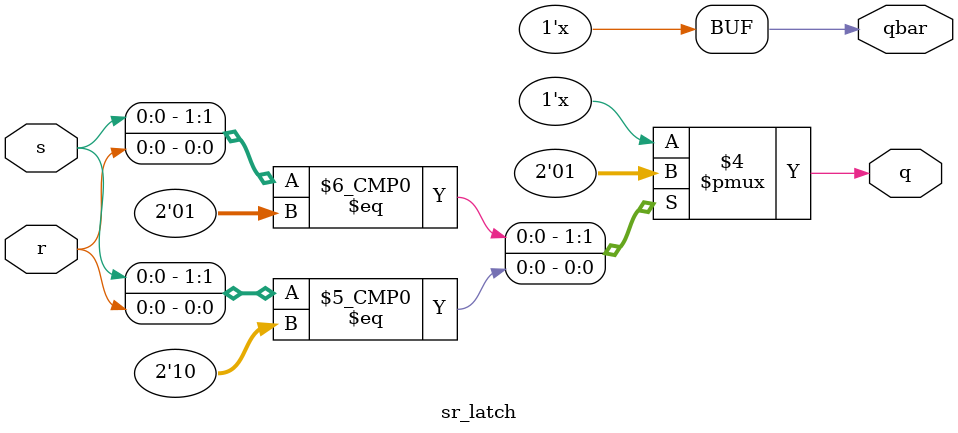
<source format=v>
module sr_latch(s,r,q,qbar);
  input s,r;
  output reg q,qbar;
  always @(*)
    begin
    case({s,r})
      2'b01:q <=1'b0; 
      2'b10:q <=2'b1;
      default:q<=q;
    endcase
   qbar<=~q;
    end
endmodule

</source>
